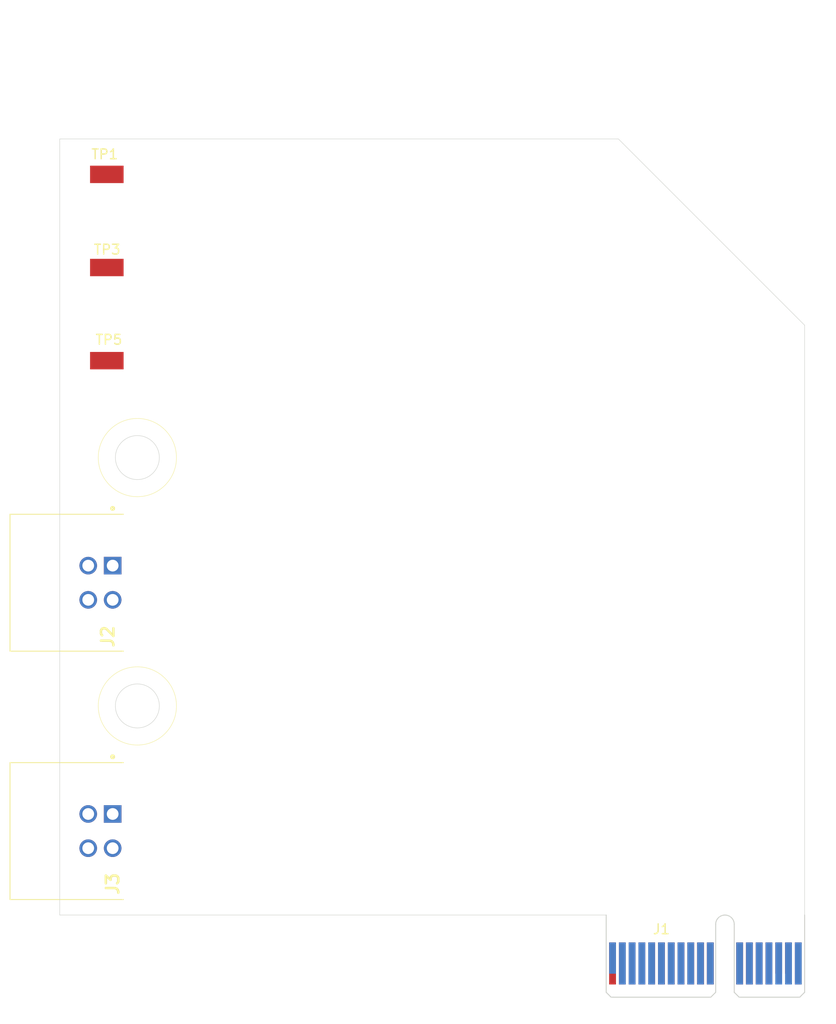
<source format=kicad_pcb>
(kicad_pcb (version 20241229) (generator "pcbnew") (generator_version "9.0")
  (layers (0 "F.Cu" signal) (4 "In1.Cu" signal) (6 "In2.Cu" signal) (2 "B.Cu" signal) (13 "F.Paste" user) (15 "B.Paste" user) (5 "F.SilkS" user "F.Silkscreen") (7 "B.SilkS" user "B.Silkscreen") (1 "F.Mask" user) (3 "B.Mask" user) (25 "Edge.Cuts" user))
  (net 0 "")
  (net 1 "GND")
  (net 2 "+12V")
  (net 3 "/S_{2out}")
  (net 4 "-12V")
  (net 5 "/S_{1+}")
  (net 6 "/S_{1out}")
  (net 7 "/S_{1-}")
  (net 8 "/S_{2-}")
  (net 9 "/S_{2+}")
  (net 10 "/S_{2test}")
  (net 11 "/S_{1test}")
  (net 43 "+5V")
  (footprint "Link Footprints:PC-1053864" (layer "F.Cu") (at 121.3 110.7625 -90)
    (property "Reference" "J2" (at -2.5 2.6 90) (layer "F.SilkS") (effects (font (size 1.27 1.27) (thickness 0.254))))
    (property "Value" "Conn_02x02_Odd_Even" (hide yes))
    (fp_line (start -15 12.6) (end -15 1) (stroke (width 0.1)) (layer "F.SilkS") (net 1))
    (fp_line (start -1 12.6) (end -15 12.6) (stroke (width 0.1)) (layer "F.SilkS") (net 1))
    (fp_line (start -1 1) (end -1 12.6) (stroke (width 0.1)) (layer "F.SilkS") (net 1))
    (fp_circle (center -15.6 2.1) (end -15.6 2.15) (stroke (width 0.2)) (fill no) (layer "F.SilkS") (net 1))
    (pad "1" thru_hole rect (at -9.75 2.1 270) (size 1.8 1.8) (drill 1.2) (layers "*.Cu" "*.Mask") (net 7 "/S_{1-}"))
    (pad "2" thru_hole circle (at -6.25 2.1 270) (size 1.8 1.8) (drill 1.2) (layers "*.Cu" "*.Mask") (net 5 "/S_{1+}"))
    (pad "3" thru_hole circle (at -9.75 4.6 270) (size 1.8 1.8) (drill 1.2) (layers "*.Cu" "*.Mask") (net 43 "+5V"))
    (pad "4" thru_hole circle (at -6.25 4.6 270) (size 1.8 1.8) (drill 1.2) (layers "*.Cu" "*.Mask") (net 1 "GND"))
  )
  (footprint "Connector_PCBEdge:BUS_PCIexpress_x1" (layer "F.Cu") (at 169.6875 136.75)
    (property "Reference" "J1" (at 5.65 1.45 0) (layer "F.SilkS"))
    (property "Value" "PCIE-036-02-X-D-TH")
    (fp_line (start 0 0) (end 0 7.9) (stroke (width 0.1)) (layer "Edge.Cuts") (net 1))
    (fp_line (start 0 7.9) (end 0.5 8.4) (stroke (width 0.1)) (layer "Edge.Cuts") (net 1))
    (fp_line (start 0.5 8.4) (end 10.7 8.4) (stroke (width 0.1)) (layer "Edge.Cuts") (net 1))
    (fp_line (start 11.2 0.95) (end 11.2 7.9) (stroke (width 0.1)) (layer "Edge.Cuts") (net 1))
    (fp_line (start 11.2 7.9) (end 10.7 8.4) (stroke (width 0.1)) (layer "Edge.Cuts") (net 1))
    (fp_line (start 13.1 0.95) (end 13.1 7.9) (stroke (width 0.1)) (layer "Edge.Cuts") (net 1))
    (fp_line (start 13.1 7.9) (end 13.6 8.4) (stroke (width 0.1)) (layer "Edge.Cuts") (net 1))
    (fp_line (start 13.6 8.4) (end 19.8 8.4) (stroke (width 0.1)) (layer "Edge.Cuts") (net 1))
    (fp_line (start 20.3 0) (end 20.3 7.9) (stroke (width 0.1)) (layer "Edge.Cuts") (net 1))
    (fp_line (start 20.3 7.9) (end 19.8 8.4) (stroke (width 0.1)) (layer "Edge.Cuts") (net 1))
    (fp_arc (start 11.2 0.95) (mid 12.15 0) (end 13.1 0.95) (stroke (width 0.1)) (layer "Edge.Cuts") (net 1))
    (pad "A1" connect rect (at 0.65 4.4) (size 0.7 3.2) (layers "B.Cu" "B.Mask"))
    (pad "A2" connect rect (at 1.65 4.95) (size 0.7 4.3) (layers "B.Cu" "B.Mask"))
    (pad "A3" connect rect (at 2.65 4.95) (size 0.7 4.3) (layers "B.Cu" "B.Mask"))
    (pad "A4" connect rect (at 3.65 4.95) (size 0.7 4.3) (layers "B.Cu" "B.Mask"))
    (pad "A5" connect rect (at 4.65 4.95) (size 0.7 4.3) (layers "B.Cu" "B.Mask"))
    (pad "A6" connect rect (at 5.65 4.95) (size 0.7 4.3) (layers "B.Cu" "B.Mask"))
    (pad "A7" connect rect (at 6.65 4.95) (size 0.7 4.3) (layers "B.Cu" "B.Mask"))
    (pad "A8" connect rect (at 7.65 4.95) (size 0.7 4.3) (layers "B.Cu" "B.Mask"))
    (pad "A9" connect rect (at 8.65 4.95) (size 0.7 4.3) (layers "B.Cu" "B.Mask"))
    (pad "A10" connect rect (at 9.65 4.95) (size 0.7 4.3) (layers "B.Cu" "B.Mask"))
    (pad "A11" connect rect (at 10.65 4.95) (size 0.7 4.3) (layers "B.Cu" "B.Mask"))
    (pad "A12" connect rect (at 13.65 4.95) (size 0.7 4.3) (layers "B.Cu" "B.Mask"))
    (pad "A13" connect rect (at 14.65 4.95) (size 0.7 4.3) (layers "B.Cu" "B.Mask"))
    (pad "A14" connect rect (at 15.65 4.95) (size 0.7 4.3) (layers "B.Cu" "B.Mask"))
    (pad "A15" connect rect (at 16.65 4.95) (size 0.7 4.3) (layers "B.Cu" "B.Mask"))
    (pad "A16" connect rect (at 17.65 4.95) (size 0.7 4.3) (layers "B.Cu" "B.Mask"))
    (pad "A17" connect rect (at 18.65 4.95) (size 0.7 4.3) (layers "B.Cu" "B.Mask"))
    (pad "A18" connect rect (at 19.65 4.95) (size 0.7 4.3) (layers "B.Cu" "B.Mask"))
    (pad "B1" connect rect (at 0.65 4.95) (size 0.7 4.3) (layers "F.Cu" "F.Mask") (net 3 "/S_{2out}"))
    (pad "B2" connect rect (at 1.65 4.95) (size 0.7 4.3) (layers "F.Cu" "F.Mask"))
    (pad "B3" connect rect (at 2.65 4.95) (size 0.7 4.3) (layers "F.Cu" "F.Mask") (net 6 "/S_{1out}"))
    (pad "B4" connect rect (at 3.65 4.95) (size 0.7 4.3) (layers "F.Cu" "F.Mask"))
    (pad "B5" connect rect (at 4.65 4.95) (size 0.7 4.3) (layers "F.Cu" "F.Mask"))
    (pad "B6" connect rect (at 5.65 4.95) (size 0.7 4.3) (layers "F.Cu" "F.Mask"))
    (pad "B7" connect rect (at 6.65 4.95) (size 0.7 4.3) (layers "F.Cu" "F.Mask"))
    (pad "B8" connect rect (at 7.65 4.95) (size 0.7 4.3) (layers "F.Cu" "F.Mask"))
    (pad "B9" connect rect (at 8.65 4.95) (size 0.7 4.3) (layers "F.Cu" "F.Mask"))
    (pad "B10" connect rect (at 9.65 4.95) (size 0.7 4.3) (layers "F.Cu" "F.Mask"))
    (pad "B11" connect rect (at 10.65 4.95) (size 0.7 4.3) (layers "F.Cu" "F.Mask"))
    (pad "B12" connect rect (at 13.65 4.95) (size 0.7 4.3) (layers "F.Cu" "F.Mask"))
    (pad "B13" connect rect (at 14.65 4.95) (size 0.7 4.3) (layers "F.Cu" "F.Mask"))
    (pad "B14" connect rect (at 15.65 4.95) (size 0.7 4.3) (layers "F.Cu" "F.Mask"))
    (pad "B15" connect rect (at 16.65 4.95) (size 0.7 4.3) (layers "F.Cu" "F.Mask"))
    (pad "B16" connect rect (at 17.65 4.4) (size 0.7 3.2) (layers "F.Cu" "F.Mask") (net 4 "-12V"))
    (pad "B17" connect rect (at 18.65 4.4) (size 0.7 3.2) (layers "F.Cu" "F.Mask") (net 2 "+12V"))
    (pad "B18" connect rect (at 19.65 4.95) (size 0.7 4.3) (layers "F.Cu" "F.Mask") (net 1 "GND"))
  )
  (footprint "Link Footprints:Keystone_5017" (layer "F.Cu") (at 116.6375 81.1875)
    (property "Reference" "TP5" (at 2.18 -3.28 0) (layer "F.SilkS"))
    (property "Value" "GND")
    (pad "1" smd rect (at 1.965 -1.14) (size 3.43 1.78) (layers "F.Cu" "F.Mask" "F.Paste") (net 1 "GND"))
  )
  (footprint "Link Footprints:PC-1053864" (layer "F.Cu") (at 121.3 136.1625 -90)
    (property "Reference" "J3" (at -2.6 2.1 90) (layer "F.SilkS") (effects (font (size 1.27 1.27) (thickness 0.254))))
    (property "Value" "Conn_02x02_Odd_Even" (hide yes))
    (fp_line (start -15 12.6) (end -15 1) (stroke (width 0.1)) (layer "F.SilkS") (net 1))
    (fp_line (start -1 12.6) (end -15 12.6) (stroke (width 0.1)) (layer "F.SilkS") (net 1))
    (fp_line (start -1 1) (end -1 12.6) (stroke (width 0.1)) (layer "F.SilkS") (net 1))
    (fp_circle (center -15.6 2.1) (end -15.6 2.15) (stroke (width 0.2)) (fill no) (layer "F.SilkS") (net 1))
    (pad "1" thru_hole rect (at -9.75 2.1 270) (size 1.8 1.8) (drill 1.2) (layers "*.Cu" "*.Mask") (net 8 "/S_{2-}"))
    (pad "2" thru_hole circle (at -6.25 2.1 270) (size 1.8 1.8) (drill 1.2) (layers "*.Cu" "*.Mask") (net 9 "/S_{2+}"))
    (pad "3" thru_hole circle (at -9.75 4.6 270) (size 1.8 1.8) (drill 1.2) (layers "*.Cu" "*.Mask") (net 43 "+5V"))
    (pad "4" thru_hole circle (at -6.25 4.6 270) (size 1.8 1.8) (drill 1.2) (layers "*.Cu" "*.Mask") (net 1 "GND"))
  )
  (footprint "Link Footprints:Keystone_5017" (layer "F.Cu") (at 116.6375 71.6625)
    (property "Reference" "TP3" (at 2 -2.975 0) (layer "F.SilkS"))
    (property "Value" "S2")
    (pad "1" smd rect (at 1.965 -1.14) (size 3.43 1.78) (layers "F.Cu" "F.Mask" "F.Paste") (net 10 "/S_{2test}"))
  )
  (footprint "Link Footprints:Keystone_5017" (layer "F.Cu") (at 116.6375 62.1375)
    (property "Reference" "TP1" (at 1.75 -3.2 0) (layer "F.SilkS"))
    (property "Value" "S1")
    (pad "1" smd rect (at 1.965 -1.14) (size 3.43 1.78) (layers "F.Cu" "F.Mask" "F.Paste") (net 11 "/S_{1test}"))
  )
  (gr_circle (center 121.727219 89.9625) (end 121.727219 85.9625) (stroke (width 0.05)) (fill no) (layer "F.SilkS"))
  (gr_circle (center 121.727219 115.3625) (end 121.727219 111.3625) (stroke (width 0.05)) (fill no) (layer "F.SilkS"))
  (gr_line (start 113.7875 136.75) (end 113.7875 57.375) (stroke (width 0.05)) (layer "Edge.Cuts"))
  (gr_circle (center 121.727219 89.9625) (end 123.977219 89.9625) (stroke (width 0.05)) (fill no) (layer "Edge.Cuts"))
  (gr_circle (center 121.727219 115.3625) (end 123.977219 115.3625) (stroke (width 0.05)) (fill no) (layer "Edge.Cuts"))
  (gr_line (start 113.7875 57.375) (end 170.9375 57.375) (stroke (width 0.05)) (layer "Edge.Cuts"))
  (gr_line (start 189.9875 136.75) (end 189.9875 76.425) (stroke (width 0.05)) (layer "Edge.Cuts"))
  (gr_line (start 113.7875 136.75) (end 169.6875 136.75) (stroke (width 0.05)) (layer "Edge.Cuts"))
  (gr_line (start 189.9875 76.425) (end 170.9375 57.375) (stroke (width 0.05)) (layer "Edge.Cuts"))
)
</source>
